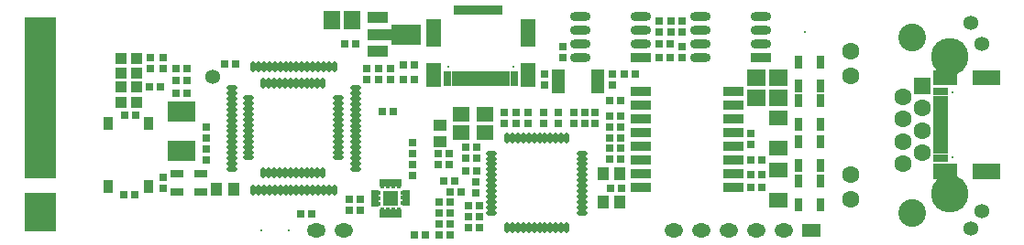
<source format=gts>
G04*
G04 #@! TF.GenerationSoftware,Altium Limited,Altium Designer,18.1.7 (191)*
G04*
G04 Layer_Color=8388736*
%FSLAX44Y44*%
%MOMM*%
G71*
G01*
G75*
%ADD48R,2.8750X3.6750*%
%ADD49R,2.8750X14.9250*%
%ADD50R,0.8032X0.8032*%
%ADD51R,0.5032X0.9032*%
%ADD52R,0.8032X0.8032*%
%ADD53R,1.3032X2.2032*%
%ADD54R,1.9032X0.8532*%
%ADD55O,1.9032X0.8532*%
%ADD56R,1.3532X0.8032*%
%ADD57R,1.3532X0.5032*%
%ADD58R,2.8032X1.9032*%
%ADD59R,1.9032X1.1032*%
%ADD60R,2.7032X1.1032*%
%ADD61R,0.6532X1.2032*%
%ADD62R,1.0032X1.0032*%
%ADD63R,1.2032X0.6532*%
%ADD64R,1.7032X1.4032*%
%ADD65R,1.1332X1.1832*%
%ADD66R,0.4832X0.4832*%
%ADD67O,0.4832X0.8632*%
%ADD68O,0.8632X0.4832*%
%ADD69R,1.4532X1.4532*%
%ADD70R,1.5032X1.7032*%
%ADD71R,1.7032X1.5032*%
%ADD72R,2.4532X0.5532*%
%ADD73R,0.8032X1.3532*%
%ADD74R,0.5032X1.3532*%
%ADD75R,0.9032X1.3032*%
G04:AMPARAMS|DCode=76|XSize=0.5032mm|YSize=1.0032mm|CornerRadius=0.1766mm|HoleSize=0mm|Usage=FLASHONLY|Rotation=180.000|XOffset=0mm|YOffset=0mm|HoleType=Round|Shape=RoundedRectangle|*
%AMROUNDEDRECTD76*
21,1,0.5032,0.6500,0,0,180.0*
21,1,0.1500,1.0032,0,0,180.0*
1,1,0.3532,-0.0750,0.3250*
1,1,0.3532,0.0750,0.3250*
1,1,0.3532,0.0750,-0.3250*
1,1,0.3532,-0.0750,-0.3250*
%
%ADD76ROUNDEDRECTD76*%
G04:AMPARAMS|DCode=77|XSize=0.5032mm|YSize=1.0032mm|CornerRadius=0.1766mm|HoleSize=0mm|Usage=FLASHONLY|Rotation=90.000|XOffset=0mm|YOffset=0mm|HoleType=Round|Shape=RoundedRectangle|*
%AMROUNDEDRECTD77*
21,1,0.5032,0.6500,0,0,90.0*
21,1,0.1500,1.0032,0,0,90.0*
1,1,0.3532,0.3250,0.0750*
1,1,0.3532,0.3250,-0.0750*
1,1,0.3532,-0.3250,-0.0750*
1,1,0.3532,-0.3250,0.0750*
%
%ADD77ROUNDEDRECTD77*%
%ADD78R,2.6032X1.9032*%
%ADD79R,1.1832X1.1332*%
%ADD80R,1.6032X1.4032*%
%ADD81R,1.8732X0.9632*%
%ADD82O,1.7272X1.3032*%
%ADD83R,1.7032X1.3032*%
%ADD84O,1.7032X1.3032*%
%ADD85C,0.2032*%
%ADD86R,2.2032X1.4032*%
%ADD87R,2.5032X1.4032*%
%ADD88C,1.6012*%
%ADD89C,2.5582*%
%ADD90C,3.4532*%
%ADD91R,1.6012X1.6012*%
%ADD92C,1.3552*%
%ADD93R,1.4032X2.2032*%
%ADD94R,1.4032X2.5032*%
D48*
X180125Y314125D02*
D03*
D49*
X180375Y419625D02*
D03*
D50*
X525920Y293000D02*
D03*
X536080D02*
D03*
X559080Y313000D02*
D03*
X548920D02*
D03*
X575920Y300000D02*
D03*
X586080D02*
D03*
X559080Y293000D02*
D03*
X548920D02*
D03*
X559080Y323000D02*
D03*
X548920D02*
D03*
X559080Y303000D02*
D03*
X548920D02*
D03*
X719920Y442000D02*
D03*
X730080D02*
D03*
X762920Y481000D02*
D03*
X773080D02*
D03*
X762920Y491000D02*
D03*
X773080D02*
D03*
X762080Y457000D02*
D03*
X751920D02*
D03*
X762080Y470000D02*
D03*
X751920D02*
D03*
X526080Y450000D02*
D03*
X515920D02*
D03*
X495920Y407000D02*
D03*
X506080D02*
D03*
X569080Y333000D02*
D03*
X558920D02*
D03*
X258420Y404000D02*
D03*
X268580D02*
D03*
X461920Y470000D02*
D03*
X472080D02*
D03*
X476080Y326000D02*
D03*
X465920D02*
D03*
X350920Y451000D02*
D03*
X361080D02*
D03*
X476080Y316000D02*
D03*
X465920D02*
D03*
X316080Y436000D02*
D03*
X305920D02*
D03*
Y424000D02*
D03*
X316080D02*
D03*
Y447000D02*
D03*
X305920D02*
D03*
X280920Y430000D02*
D03*
X291080D02*
D03*
X257920Y330000D02*
D03*
X268080D02*
D03*
X515920Y437000D02*
D03*
X526080D02*
D03*
X431080Y312000D02*
D03*
X420920D02*
D03*
X586080Y310000D02*
D03*
X575920D02*
D03*
X836920Y362000D02*
D03*
X847080D02*
D03*
X836920Y337000D02*
D03*
X847080D02*
D03*
X836920Y349000D02*
D03*
X847080D02*
D03*
X705920Y393000D02*
D03*
X716080D02*
D03*
X705920Y417000D02*
D03*
X716080D02*
D03*
X705920Y383000D02*
D03*
X716080D02*
D03*
X586080Y320000D02*
D03*
X575920D02*
D03*
X572920Y374000D02*
D03*
X583080D02*
D03*
X572920Y364000D02*
D03*
X583080D02*
D03*
X705920Y373000D02*
D03*
X716080D02*
D03*
X717080Y336000D02*
D03*
X706920D02*
D03*
X716080Y363000D02*
D03*
X705920D02*
D03*
X716080Y403000D02*
D03*
X705920D02*
D03*
X563080Y343000D02*
D03*
X552920D02*
D03*
X583080Y352000D02*
D03*
X572920D02*
D03*
D51*
X575000Y501000D02*
D03*
X605000D02*
D03*
X565000D02*
D03*
X570000D02*
D03*
X580000D02*
D03*
X595000D02*
D03*
X600000D02*
D03*
X585000D02*
D03*
X590000D02*
D03*
D52*
X752000Y491080D02*
D03*
Y480920D02*
D03*
X709000Y442080D02*
D03*
Y431920D02*
D03*
X663000Y467080D02*
D03*
Y456920D02*
D03*
X773000D02*
D03*
Y467080D02*
D03*
X646000Y442080D02*
D03*
Y431920D02*
D03*
X294000Y335920D02*
D03*
Y346080D02*
D03*
X524000Y378080D02*
D03*
Y367920D02*
D03*
X334000Y361920D02*
D03*
Y372080D02*
D03*
X482000Y447080D02*
D03*
Y436920D02*
D03*
X548000Y357920D02*
D03*
Y368080D02*
D03*
X504000Y447080D02*
D03*
Y436920D02*
D03*
X294000Y446920D02*
D03*
Y457080D02*
D03*
X282000Y446920D02*
D03*
Y457080D02*
D03*
X493000Y447080D02*
D03*
Y436920D02*
D03*
X334000Y382920D02*
D03*
Y393080D02*
D03*
X524000Y347920D02*
D03*
Y358080D02*
D03*
X837000Y387080D02*
D03*
Y376920D02*
D03*
X583000Y331920D02*
D03*
Y342080D02*
D03*
X693000Y395920D02*
D03*
Y406080D02*
D03*
X558000Y357920D02*
D03*
Y368080D02*
D03*
X609000Y395920D02*
D03*
Y406080D02*
D03*
X620000Y395920D02*
D03*
Y406080D02*
D03*
X631000D02*
D03*
Y395920D02*
D03*
X645000D02*
D03*
Y406080D02*
D03*
X659000Y395920D02*
D03*
Y406080D02*
D03*
X673000Y396000D02*
D03*
Y406160D02*
D03*
X683000Y395920D02*
D03*
Y406080D02*
D03*
D53*
X695000Y435000D02*
D03*
X659000D02*
D03*
D54*
X846000Y456900D02*
D03*
X735000Y457000D02*
D03*
D55*
X846000Y469600D02*
D03*
Y482300D02*
D03*
Y495000D02*
D03*
X790000Y456900D02*
D03*
Y469600D02*
D03*
Y482300D02*
D03*
Y495000D02*
D03*
X735000Y469700D02*
D03*
Y482400D02*
D03*
Y495100D02*
D03*
X679000Y457000D02*
D03*
Y469700D02*
D03*
Y482400D02*
D03*
Y495100D02*
D03*
D56*
X1012030Y364000D02*
D03*
Y371500D02*
D03*
X1012000Y418500D02*
D03*
X1012030Y426000D02*
D03*
D57*
Y377500D02*
D03*
Y382500D02*
D03*
Y387500D02*
D03*
Y392500D02*
D03*
X1012000Y397500D02*
D03*
X1012030Y402500D02*
D03*
Y407500D02*
D03*
Y412500D02*
D03*
D58*
X518000Y478000D02*
D03*
D59*
X492000Y463000D02*
D03*
Y494000D02*
D03*
D60*
X496000Y478000D02*
D03*
D61*
X881000Y379000D02*
D03*
Y357000D02*
D03*
X901000Y379000D02*
D03*
Y357000D02*
D03*
Y343000D02*
D03*
Y321000D02*
D03*
X881000Y343000D02*
D03*
Y321000D02*
D03*
X901000Y431000D02*
D03*
Y453000D02*
D03*
X881000Y431000D02*
D03*
Y453000D02*
D03*
X901000Y395000D02*
D03*
Y417000D02*
D03*
X881000Y395000D02*
D03*
Y417000D02*
D03*
D62*
X269000Y416000D02*
D03*
X255000D02*
D03*
X269300Y430000D02*
D03*
X255300D02*
D03*
X269300Y443000D02*
D03*
X255300D02*
D03*
X269300Y456000D02*
D03*
X255300D02*
D03*
D63*
X306500Y349500D02*
D03*
X328500D02*
D03*
X306500Y333000D02*
D03*
X328500D02*
D03*
D64*
X862000Y400954D02*
D03*
Y373046D02*
D03*
Y325046D02*
D03*
Y352954D02*
D03*
D65*
X700300Y350000D02*
D03*
X715700D02*
D03*
X700300Y323000D02*
D03*
X715700D02*
D03*
X343300Y335000D02*
D03*
X358700D02*
D03*
D66*
X496500Y342150D02*
D03*
X501500D02*
D03*
X506500D02*
D03*
X511500D02*
D03*
X519150Y332214D02*
D03*
Y327214D02*
D03*
Y322214D02*
D03*
X511500Y311850D02*
D03*
X506500D02*
D03*
X501500D02*
D03*
X496500D02*
D03*
X488850Y321960D02*
D03*
Y326960D02*
D03*
Y331960D02*
D03*
D67*
X496500Y340250D02*
D03*
X501500D02*
D03*
X506500D02*
D03*
X511500D02*
D03*
Y313750D02*
D03*
X506500D02*
D03*
X501500D02*
D03*
X496500D02*
D03*
D68*
X517250Y332214D02*
D03*
Y327214D02*
D03*
Y322214D02*
D03*
X490750Y321960D02*
D03*
Y326960D02*
D03*
Y331960D02*
D03*
D69*
X504000Y327000D02*
D03*
D70*
X449500Y492000D02*
D03*
X468500D02*
D03*
D71*
X842000Y438500D02*
D03*
Y419500D02*
D03*
X862000Y438500D02*
D03*
Y419500D02*
D03*
D72*
X181000Y457500D02*
D03*
Y452500D02*
D03*
Y447500D02*
D03*
Y442500D02*
D03*
Y302500D02*
D03*
Y307500D02*
D03*
Y312500D02*
D03*
Y317500D02*
D03*
Y322500D02*
D03*
Y327500D02*
D03*
Y352500D02*
D03*
Y357500D02*
D03*
Y362500D02*
D03*
Y367500D02*
D03*
Y372500D02*
D03*
Y377500D02*
D03*
Y382500D02*
D03*
Y387500D02*
D03*
Y392500D02*
D03*
Y397500D02*
D03*
Y402500D02*
D03*
Y407500D02*
D03*
Y412500D02*
D03*
Y417500D02*
D03*
Y422500D02*
D03*
Y427500D02*
D03*
Y432500D02*
D03*
Y437500D02*
D03*
Y462500D02*
D03*
Y487500D02*
D03*
Y482500D02*
D03*
Y477500D02*
D03*
Y472500D02*
D03*
Y467500D02*
D03*
D73*
X618300Y437600D02*
D03*
X610800D02*
D03*
X563800Y437570D02*
D03*
X556300Y437600D02*
D03*
D74*
X604800D02*
D03*
X599800D02*
D03*
X594800D02*
D03*
X589800D02*
D03*
X584800Y437570D02*
D03*
X579800Y437600D02*
D03*
X574800D02*
D03*
X569800D02*
D03*
D75*
X280500Y337500D02*
D03*
Y396500D02*
D03*
X243500D02*
D03*
Y337500D02*
D03*
D76*
X452000Y448500D02*
D03*
X447000D02*
D03*
X442000D02*
D03*
X437000D02*
D03*
X432000D02*
D03*
X427000D02*
D03*
X422000D02*
D03*
X417000D02*
D03*
X412000D02*
D03*
X407000D02*
D03*
X402000D02*
D03*
X397000D02*
D03*
X392000D02*
D03*
X387000D02*
D03*
X382000D02*
D03*
X377000D02*
D03*
X452000Y334500D02*
D03*
X447000D02*
D03*
X442000D02*
D03*
X437000D02*
D03*
X432000D02*
D03*
X427000D02*
D03*
X422000D02*
D03*
X417000D02*
D03*
X412000D02*
D03*
X407000D02*
D03*
X402000D02*
D03*
X397000D02*
D03*
X392000D02*
D03*
X387000D02*
D03*
X382000D02*
D03*
X377000D02*
D03*
X386500Y350250D02*
D03*
X391500D02*
D03*
X396500D02*
D03*
X401500D02*
D03*
X406500D02*
D03*
X411500D02*
D03*
X416500D02*
D03*
X421500D02*
D03*
X426500D02*
D03*
X431500D02*
D03*
X436500D02*
D03*
X441500D02*
D03*
X386500Y433750D02*
D03*
X391500D02*
D03*
X396500D02*
D03*
X401500D02*
D03*
X406500D02*
D03*
X411500D02*
D03*
X416500D02*
D03*
X421500D02*
D03*
X426500D02*
D03*
X431500D02*
D03*
X436500D02*
D03*
X441500D02*
D03*
X666500Y382750D02*
D03*
X661500D02*
D03*
X656500D02*
D03*
X651500D02*
D03*
X646500D02*
D03*
X641500D02*
D03*
X636500D02*
D03*
X631500D02*
D03*
X626500D02*
D03*
X621500D02*
D03*
X616500D02*
D03*
X611500D02*
D03*
X666500Y299250D02*
D03*
X661500D02*
D03*
X656500D02*
D03*
X651500D02*
D03*
X646500D02*
D03*
X641500D02*
D03*
X636500D02*
D03*
X631500D02*
D03*
X626500D02*
D03*
X621500D02*
D03*
X616500D02*
D03*
X611500D02*
D03*
D77*
X471500Y354000D02*
D03*
Y359000D02*
D03*
Y364000D02*
D03*
Y369000D02*
D03*
Y374000D02*
D03*
Y379000D02*
D03*
Y384000D02*
D03*
Y389000D02*
D03*
Y394000D02*
D03*
Y399000D02*
D03*
Y404000D02*
D03*
Y409000D02*
D03*
Y414000D02*
D03*
Y419000D02*
D03*
Y424000D02*
D03*
Y429000D02*
D03*
X357080Y354000D02*
D03*
Y359000D02*
D03*
Y364000D02*
D03*
Y369000D02*
D03*
Y374000D02*
D03*
Y379000D02*
D03*
Y384000D02*
D03*
Y389000D02*
D03*
Y394000D02*
D03*
Y399000D02*
D03*
Y404000D02*
D03*
Y409000D02*
D03*
Y414000D02*
D03*
Y419000D02*
D03*
Y424000D02*
D03*
Y429000D02*
D03*
X372250Y419500D02*
D03*
X372250Y414500D02*
D03*
X372250Y409500D02*
D03*
X372250Y404500D02*
D03*
Y399500D02*
D03*
Y394500D02*
D03*
Y389500D02*
D03*
Y384500D02*
D03*
X372250Y379500D02*
D03*
X372250Y374500D02*
D03*
Y369500D02*
D03*
Y364500D02*
D03*
X455750Y419500D02*
D03*
Y414500D02*
D03*
Y409500D02*
D03*
Y404500D02*
D03*
Y399500D02*
D03*
Y394500D02*
D03*
Y389500D02*
D03*
Y384500D02*
D03*
Y379500D02*
D03*
Y374500D02*
D03*
Y369500D02*
D03*
Y364500D02*
D03*
X680750Y313500D02*
D03*
X680750Y318500D02*
D03*
X680750Y323500D02*
D03*
X680750Y328500D02*
D03*
Y333500D02*
D03*
Y338500D02*
D03*
Y343500D02*
D03*
Y348500D02*
D03*
X680750Y353500D02*
D03*
X680750Y358500D02*
D03*
Y363500D02*
D03*
Y368500D02*
D03*
X597250Y313500D02*
D03*
Y318500D02*
D03*
Y323500D02*
D03*
Y328500D02*
D03*
Y333500D02*
D03*
Y338500D02*
D03*
Y343500D02*
D03*
Y348500D02*
D03*
Y353500D02*
D03*
Y358500D02*
D03*
Y363500D02*
D03*
Y368500D02*
D03*
D78*
X310600Y407500D02*
D03*
Y370500D02*
D03*
D79*
X550000Y394700D02*
D03*
Y379300D02*
D03*
D80*
X591000Y388000D02*
D03*
Y405000D02*
D03*
X569000D02*
D03*
Y388000D02*
D03*
D81*
X735350Y425450D02*
D03*
Y412750D02*
D03*
Y400050D02*
D03*
Y387350D02*
D03*
Y374650D02*
D03*
Y361950D02*
D03*
Y349250D02*
D03*
Y336550D02*
D03*
X820650D02*
D03*
Y349250D02*
D03*
Y361950D02*
D03*
Y374650D02*
D03*
Y387350D02*
D03*
Y400050D02*
D03*
Y412750D02*
D03*
Y425450D02*
D03*
D82*
X435400Y297000D02*
D03*
D83*
X892600D02*
D03*
D84*
X867200D02*
D03*
X841800D02*
D03*
X816400D02*
D03*
X791000D02*
D03*
X460800D02*
D03*
X765600D02*
D03*
D85*
X410000D02*
D03*
X384600D02*
D03*
X887000Y481000D02*
D03*
X1023000Y365000D02*
D03*
Y425000D02*
D03*
Y425000D02*
D03*
Y365000D02*
D03*
X617300Y448570D02*
D03*
X557300D02*
D03*
D86*
X1015830Y351800D02*
D03*
Y438300D02*
D03*
Y438200D02*
D03*
Y351700D02*
D03*
D87*
X1054430Y351800D02*
D03*
Y438300D02*
D03*
Y438200D02*
D03*
Y351700D02*
D03*
D88*
X928700Y440500D02*
D03*
Y463400D02*
D03*
Y349100D02*
D03*
Y326200D02*
D03*
X977000Y359200D02*
D03*
X994800Y369400D02*
D03*
X977000Y379600D02*
D03*
X994800Y389800D02*
D03*
X977000Y400000D02*
D03*
X994800Y410200D02*
D03*
X977000Y420400D02*
D03*
D89*
X985900Y476100D02*
D03*
Y313500D02*
D03*
D90*
X1020200Y458300D02*
D03*
Y331300D02*
D03*
D91*
X994800Y430600D02*
D03*
D92*
X1040000Y299000D02*
D03*
Y489000D02*
D03*
X340000Y439000D02*
D03*
X1050000Y315000D02*
D03*
Y470000D02*
D03*
D93*
X630500Y441400D02*
D03*
X544000D02*
D03*
D94*
X630500Y480000D02*
D03*
X544000D02*
D03*
M02*

</source>
